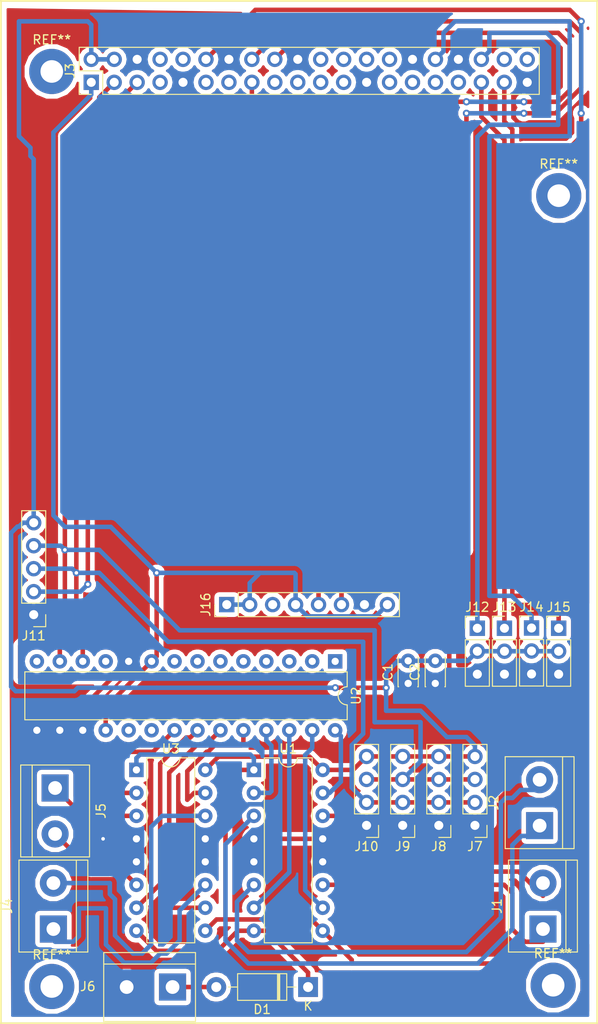
<source format=kicad_pcb>
(kicad_pcb (version 20171130) (host pcbnew 5.0.2-bee76a0~70~ubuntu18.04.1)
  (layers (0 F.Cu signal hide) (31 B.Cu signal) (34 B.Paste user hide) (35 F.Paste user hide) (36 B.SilkS user hide) (37 F.SilkS user) (38 B.Mask user hide) (39 F.Mask user hide) (44 Edge.Cuts user hide))
  (net 0 "")
  (net 1 "Net-(J1-Pad1)")
  (net 2 "Net-(J1-Pad2)")
  (net 3 "Net-(J2-Pad2)")
  (net 4 "Net-(J2-Pad1)")
  (net 5 +3V3)
  (net 6 +5V)
  (net 7 /SDA)
  (net 8 /SCL)
  (net 9 GND)
  (net 10 "Net-(J3-Pad7)")
  (net 11 "Net-(J3-Pad11)")
  (net 12 "Net-(J3-Pad13)")
  (net 13 "Net-(J3-Pad19)")
  (net 14 "Net-(J3-Pad21)")
  (net 15 "Net-(J3-Pad22)")
  (net 16 "Net-(J3-Pad23)")
  (net 17 "Net-(J3-Pad24)")
  (net 18 "Net-(J3-Pad26)")
  (net 19 "Net-(J3-Pad27)")
  (net 20 "Net-(J3-Pad28)")
  (net 21 "Net-(J3-Pad29)")
  (net 22 "Net-(J3-Pad31)")
  (net 23 "Net-(J3-Pad38)")
  (net 24 "Net-(J3-Pad40)")
  (net 25 "Net-(J4-Pad2)")
  (net 26 "Net-(J4-Pad1)")
  (net 27 "Net-(J5-Pad1)")
  (net 28 "Net-(J5-Pad2)")
  (net 29 +BATT)
  (net 30 "Net-(U1-Pad15)")
  (net 31 "Net-(U1-Pad7)")
  (net 32 "Net-(U1-Pad10)")
  (net 33 "Net-(U1-Pad2)")
  (net 34 "Net-(U2-Pad1)")
  (net 35 "Net-(U2-Pad2)")
  (net 36 "Net-(U2-Pad3)")
  (net 37 "Net-(U2-Pad4)")
  (net 38 "Net-(U2-Pad5)")
  (net 39 "Net-(U2-Pad19)")
  (net 40 "Net-(U2-Pad6)")
  (net 41 "Net-(U2-Pad20)")
  (net 42 "Net-(U2-Pad7)")
  (net 43 "Net-(U2-Pad21)")
  (net 44 "Net-(U2-Pad8)")
  (net 45 "Net-(U2-Pad22)")
  (net 46 "Net-(U2-Pad23)")
  (net 47 "Net-(U2-Pad24)")
  (net 48 "Net-(U2-Pad11)")
  (net 49 "Net-(U2-Pad14)")
  (net 50 "Net-(D1-Pad2)")
  (net 51 /TXD)
  (net 52 /RXD)
  (net 53 /PWM0)
  (net 54 /TOF_INT)
  (net 55 /SDA_SOFT)
  (net 56 /SCL_SOFT)
  (net 57 /GVS1)
  (net 58 /PWM1)
  (net 59 /GVS3)
  (net 60 /GVS2)
  (net 61 /GVS4)
  (net 62 /INT)
  (module Package_DIP:DIP-28_W7.62mm (layer F.Cu) (at 74.37 131.7 270)
    (fp_text reference U2 (at 3.81 -2.33 270) (layer F.SilkS))
    (fp_text value MCP23017_SP)
    (pad 1 thru_hole rect (at 0 0 270) (size 1.6 1.6) (drill 0.8) (layers *.Cu *.Mask) (net 34 "Net-(U2-Pad1)"))
    (pad 15 thru_hole oval (at 7.62 33.02 270) (size 1.6 1.6) (drill 0.8) (layers *.Cu *.Mask) (net 9 GND))
    (pad 2 thru_hole oval (at 0 2.54 270) (size 1.6 1.6) (drill 0.8) (layers *.Cu *.Mask) (net 35 "Net-(U2-Pad2)"))
    (pad 16 thru_hole oval (at 7.62 30.48 270) (size 1.6 1.6) (drill 0.8) (layers *.Cu *.Mask) (net 9 GND))
    (pad 3 thru_hole oval (at 0 5.08 270) (size 1.6 1.6) (drill 0.8) (layers *.Cu *.Mask) (net 36 "Net-(U2-Pad3)"))
    (pad 17 thru_hole oval (at 7.62 27.94 270) (size 1.6 1.6) (drill 0.8) (layers *.Cu *.Mask) (net 9 GND))
    (pad 4 thru_hole oval (at 0 7.62 270) (size 1.6 1.6) (drill 0.8) (layers *.Cu *.Mask) (net 37 "Net-(U2-Pad4)"))
    (pad 18 thru_hole oval (at 7.62 25.4 270) (size 1.6 1.6) (drill 0.8) (layers *.Cu *.Mask) (net 5 +3V3))
    (pad 5 thru_hole oval (at 0 10.16 270) (size 1.6 1.6) (drill 0.8) (layers *.Cu *.Mask) (net 38 "Net-(U2-Pad5)"))
    (pad 19 thru_hole oval (at 7.62 22.86 270) (size 1.6 1.6) (drill 0.8) (layers *.Cu *.Mask) (net 39 "Net-(U2-Pad19)"))
    (pad 6 thru_hole oval (at 0 12.7 270) (size 1.6 1.6) (drill 0.8) (layers *.Cu *.Mask) (net 40 "Net-(U2-Pad6)"))
    (pad 20 thru_hole oval (at 7.62 20.32 270) (size 1.6 1.6) (drill 0.8) (layers *.Cu *.Mask) (net 41 "Net-(U2-Pad20)"))
    (pad 7 thru_hole oval (at 0 15.24 270) (size 1.6 1.6) (drill 0.8) (layers *.Cu *.Mask) (net 42 "Net-(U2-Pad7)"))
    (pad 21 thru_hole oval (at 7.62 17.78 270) (size 1.6 1.6) (drill 0.8) (layers *.Cu *.Mask) (net 43 "Net-(U2-Pad21)"))
    (pad 8 thru_hole oval (at 0 17.78 270) (size 1.6 1.6) (drill 0.8) (layers *.Cu *.Mask) (net 44 "Net-(U2-Pad8)"))
    (pad 22 thru_hole oval (at 7.62 15.24 270) (size 1.6 1.6) (drill 0.8) (layers *.Cu *.Mask) (net 45 "Net-(U2-Pad22)"))
    (pad 9 thru_hole oval (at 0 20.32 270) (size 1.6 1.6) (drill 0.8) (layers *.Cu *.Mask) (net 5 +3V3))
    (pad 23 thru_hole oval (at 7.62 12.7 270) (size 1.6 1.6) (drill 0.8) (layers *.Cu *.Mask) (net 46 "Net-(U2-Pad23)"))
    (pad 10 thru_hole oval (at 0 22.86 270) (size 1.6 1.6) (drill 0.8) (layers *.Cu *.Mask) (net 9 GND))
    (pad 24 thru_hole oval (at 7.62 10.16 270) (size 1.6 1.6) (drill 0.8) (layers *.Cu *.Mask) (net 47 "Net-(U2-Pad24)"))
    (pad 11 thru_hole oval (at 0 25.4 270) (size 1.6 1.6) (drill 0.8) (layers *.Cu *.Mask) (net 48 "Net-(U2-Pad11)"))
    (pad 25 thru_hole oval (at 7.62 7.62 270) (size 1.6 1.6) (drill 0.8) (layers *.Cu *.Mask) (net 33 "Net-(U1-Pad2)"))
    (pad 12 thru_hole oval (at 0 27.94 270) (size 1.6 1.6) (drill 0.8) (layers *.Cu *.Mask) (net 8 /SCL))
    (pad 26 thru_hole oval (at 7.62 5.08 270) (size 1.6 1.6) (drill 0.8) (layers *.Cu *.Mask) (net 31 "Net-(U1-Pad7)"))
    (pad 13 thru_hole oval (at 0 30.48 270) (size 1.6 1.6) (drill 0.8) (layers *.Cu *.Mask) (net 7 /SDA))
    (pad 27 thru_hole oval (at 7.62 2.54 270) (size 1.6 1.6) (drill 0.8) (layers *.Cu *.Mask) (net 32 "Net-(U1-Pad10)"))
    (pad 14 thru_hole oval (at 0 33.02 270) (size 1.6 1.6) (drill 0.8) (layers *.Cu *.Mask) (net 49 "Net-(U2-Pad14)"))
    (pad 28 thru_hole oval (at 7.62 0 270) (size 1.6 1.6) (drill 0.8) (layers *.Cu *.Mask) (net 30 "Net-(U1-Pad15)"))
  )
  (module MountingHole:MountingHole_2.5mm_Pad (layer F.Cu) (at 99.12 80.23)
    (fp_text reference REF** (at 0 -3.5) (layer F.SilkS))
    (fp_text value MountingHole_2.5mm_Pad)
    (pad 1 thru_hole circle (at 0 0) (size 5 5) (drill 2.5) (layers *.Cu *.Mask))
  )
  (module MountingHole:MountingHole_2.5mm_Pad (layer F.Cu) (at 43 66.5)
    (fp_text reference REF** (at 0 -3.5) (layer F.SilkS))
    (fp_text value MountingHole_2.5mm_Pad)
    (pad 1 thru_hole circle (at 0 0) (size 5 5) (drill 2.5) (layers *.Cu *.Mask))
  )
  (module TerminalBlock:TerminalBlock_bornier-2_P5.08mm (layer F.Cu) (at 56.37 167.7 180)
    (fp_text reference J6 (at 9.38 0.06) (layer F.SilkS))
    (fp_text value Motor_Power)
    (pad 1 thru_hole rect (at 0 0 180) (size 3 3) (drill 1.52) (layers *.Cu *.Mask) (net 50 "Net-(D1-Pad2)"))
    (pad 2 thru_hole circle (at 5.08 0 180) (size 3 3) (drill 1.52) (layers *.Cu *.Mask) (net 9 GND))
  )
  (module Capacitor_THT:C_Disc_D3.0mm_W2.0mm_P2.50mm (layer F.Cu) (at 82.45 134.14 90)
    (fp_text reference C1 (at 1.25 -2.25 90) (layer F.SilkS))
    (fp_text value 104)
    (pad 1 thru_hole circle (at 0 0 90) (size 1.6 1.6) (drill 0.8) (layers *.Cu *.Mask) (net 9 GND))
    (pad 2 thru_hole circle (at 2.5 0 90) (size 1.6 1.6) (drill 0.8) (layers *.Cu *.Mask) (net 6 +5V))
  )
  (module Capacitor_THT:C_Disc_D3.0mm_W2.0mm_P2.50mm (layer F.Cu) (at 85.45 134.14 90)
    (fp_text reference C2 (at 1.25 -2.25 90) (layer F.SilkS))
    (fp_text value 104)
    (pad 2 thru_hole circle (at 2.5 0 90) (size 1.6 1.6) (drill 0.8) (layers *.Cu *.Mask) (net 6 +5V))
    (pad 1 thru_hole circle (at 0 0 90) (size 1.6 1.6) (drill 0.8) (layers *.Cu *.Mask) (net 9 GND))
  )
  (module Diode_THT:D_DO-41_SOD81_P10.16mm_Horizontal (layer F.Cu) (at 71.37 167.7 180)
    (fp_text reference D1 (at 5.08 -2.47 180) (layer F.SilkS))
    (fp_text value 1N5817)
    (fp_text user K (at 0 -2.1 180) (layer F.SilkS))
    (pad 1 thru_hole rect (at 0 0 180) (size 2.2 2.2) (drill 1.1) (layers *.Cu *.Mask) (net 29 +BATT))
    (pad 2 thru_hole oval (at 10.16 0 180) (size 2.2 2.2) (drill 1.1) (layers *.Cu *.Mask) (net 50 "Net-(D1-Pad2)"))
  )
  (module TerminalBlock:TerminalBlock_bornier-2_P5.08mm (layer F.Cu) (at 97.37 161.29 90)
    (fp_text reference J1 (at 2.54 -5.08 90) (layer F.SilkS))
    (fp_text value Motor1)
    (pad 1 thru_hole rect (at 0 0 90) (size 3 3) (drill 1.52) (layers *.Cu *.Mask) (net 1 "Net-(J1-Pad1)"))
    (pad 2 thru_hole circle (at 5.08 0 90) (size 3 3) (drill 1.52) (layers *.Cu *.Mask) (net 2 "Net-(J1-Pad2)"))
  )
  (module TerminalBlock:TerminalBlock_bornier-2_P5.08mm (layer F.Cu) (at 97 149.86 90)
    (fp_text reference J2 (at 2.54 -5.08 90) (layer F.SilkS))
    (fp_text value Motor2)
    (pad 2 thru_hole circle (at 5.08 0 90) (size 3 3) (drill 1.52) (layers *.Cu *.Mask) (net 3 "Net-(J2-Pad2)"))
    (pad 1 thru_hole rect (at 0 0 90) (size 3 3) (drill 1.52) (layers *.Cu *.Mask) (net 4 "Net-(J2-Pad1)"))
  )
  (module Connector_PinHeader_2.54mm:PinHeader_2x20_P2.54mm_Vertical (layer F.Cu) (at 47.37 67.7 90)
    (fp_text reference J3 (at 1.27 -2.33 90) (layer F.SilkS))
    (fp_text value "RPI GPIO")
    (pad 1 thru_hole rect (at 0 0 90) (size 1.7 1.7) (drill 1) (layers *.Cu *.Mask) (net 5 +3V3))
    (pad 2 thru_hole oval (at 2.54 0 90) (size 1.7 1.7) (drill 1) (layers *.Cu *.Mask) (net 6 +5V))
    (pad 3 thru_hole oval (at 0 2.54 90) (size 1.7 1.7) (drill 1) (layers *.Cu *.Mask) (net 7 /SDA))
    (pad 4 thru_hole oval (at 2.54 2.54 90) (size 1.7 1.7) (drill 1) (layers *.Cu *.Mask) (net 6 +5V))
    (pad 5 thru_hole oval (at 0 5.08 90) (size 1.7 1.7) (drill 1) (layers *.Cu *.Mask) (net 8 /SCL))
    (pad 6 thru_hole oval (at 2.54 5.08 90) (size 1.7 1.7) (drill 1) (layers *.Cu *.Mask) (net 9 GND))
    (pad 7 thru_hole oval (at 0 7.62 90) (size 1.7 1.7) (drill 1) (layers *.Cu *.Mask) (net 10 "Net-(J3-Pad7)"))
    (pad 8 thru_hole oval (at 2.54 7.62 90) (size 1.7 1.7) (drill 1) (layers *.Cu *.Mask) (net 51 /TXD))
    (pad 9 thru_hole oval (at 0 10.16 90) (size 1.7 1.7) (drill 1) (layers *.Cu *.Mask) (net 9 GND))
    (pad 10 thru_hole oval (at 2.54 10.16 90) (size 1.7 1.7) (drill 1) (layers *.Cu *.Mask) (net 52 /RXD))
    (pad 11 thru_hole oval (at 0 12.7 90) (size 1.7 1.7) (drill 1) (layers *.Cu *.Mask) (net 11 "Net-(J3-Pad11)"))
    (pad 12 thru_hole oval (at 2.54 12.7 90) (size 1.7 1.7) (drill 1) (layers *.Cu *.Mask) (net 53 /PWM0))
    (pad 13 thru_hole oval (at 0 15.24 90) (size 1.7 1.7) (drill 1) (layers *.Cu *.Mask) (net 12 "Net-(J3-Pad13)"))
    (pad 14 thru_hole oval (at 2.54 15.24 90) (size 1.7 1.7) (drill 1) (layers *.Cu *.Mask) (net 9 GND))
    (pad 15 thru_hole oval (at 0 17.78 90) (size 1.7 1.7) (drill 1) (layers *.Cu *.Mask) (net 54 /TOF_INT))
    (pad 16 thru_hole oval (at 2.54 17.78 90) (size 1.7 1.7) (drill 1) (layers *.Cu *.Mask) (net 55 /SDA_SOFT))
    (pad 17 thru_hole oval (at 0 20.32 90) (size 1.7 1.7) (drill 1) (layers *.Cu *.Mask) (net 5 +3V3))
    (pad 18 thru_hole oval (at 2.54 20.32 90) (size 1.7 1.7) (drill 1) (layers *.Cu *.Mask) (net 56 /SCL_SOFT))
    (pad 19 thru_hole oval (at 0 22.86 90) (size 1.7 1.7) (drill 1) (layers *.Cu *.Mask) (net 13 "Net-(J3-Pad19)"))
    (pad 20 thru_hole oval (at 2.54 22.86 90) (size 1.7 1.7) (drill 1) (layers *.Cu *.Mask) (net 9 GND))
    (pad 21 thru_hole oval (at 0 25.4 90) (size 1.7 1.7) (drill 1) (layers *.Cu *.Mask) (net 14 "Net-(J3-Pad21)"))
    (pad 22 thru_hole oval (at 2.54 25.4 90) (size 1.7 1.7) (drill 1) (layers *.Cu *.Mask) (net 15 "Net-(J3-Pad22)"))
    (pad 23 thru_hole oval (at 0 27.94 90) (size 1.7 1.7) (drill 1) (layers *.Cu *.Mask) (net 16 "Net-(J3-Pad23)"))
    (pad 24 thru_hole oval (at 2.54 27.94 90) (size 1.7 1.7) (drill 1) (layers *.Cu *.Mask) (net 17 "Net-(J3-Pad24)"))
    (pad 25 thru_hole oval (at 0 30.48 90) (size 1.7 1.7) (drill 1) (layers *.Cu *.Mask) (net 9 GND))
    (pad 26 thru_hole oval (at 2.54 30.48 90) (size 1.7 1.7) (drill 1) (layers *.Cu *.Mask) (net 18 "Net-(J3-Pad26)"))
    (pad 27 thru_hole oval (at 0 33.02 90) (size 1.7 1.7) (drill 1) (layers *.Cu *.Mask) (net 19 "Net-(J3-Pad27)"))
    (pad 28 thru_hole oval (at 2.54 33.02 90) (size 1.7 1.7) (drill 1) (layers *.Cu *.Mask) (net 20 "Net-(J3-Pad28)"))
    (pad 29 thru_hole oval (at 0 35.56 90) (size 1.7 1.7) (drill 1) (layers *.Cu *.Mask) (net 21 "Net-(J3-Pad29)"))
    (pad 30 thru_hole oval (at 2.54 35.56 90) (size 1.7 1.7) (drill 1) (layers *.Cu *.Mask) (net 9 GND))
    (pad 31 thru_hole oval (at 0 38.1 90) (size 1.7 1.7) (drill 1) (layers *.Cu *.Mask) (net 22 "Net-(J3-Pad31)"))
    (pad 32 thru_hole oval (at 2.54 38.1 90) (size 1.7 1.7) (drill 1) (layers *.Cu *.Mask) (net 60 /GVS2))
    (pad 33 thru_hole oval (at 0 40.64 90) (size 1.7 1.7) (drill 1) (layers *.Cu *.Mask) (net 58 /PWM1))
    (pad 34 thru_hole oval (at 2.54 40.64 90) (size 1.7 1.7) (drill 1) (layers *.Cu *.Mask) (net 9 GND))
    (pad 35 thru_hole oval (at 0 43.18 90) (size 1.7 1.7) (drill 1) (layers *.Cu *.Mask) (net 59 /GVS3))
    (pad 36 thru_hole oval (at 2.54 43.18 90) (size 1.7 1.7) (drill 1) (layers *.Cu *.Mask) (net 57 /GVS1))
    (pad 37 thru_hole oval (at 0 45.72 90) (size 1.7 1.7) (drill 1) (layers *.Cu *.Mask) (net 61 /GVS4))
    (pad 38 thru_hole oval (at 2.54 45.72 90) (size 1.7 1.7) (drill 1) (layers *.Cu *.Mask) (net 23 "Net-(J3-Pad38)"))
    (pad 39 thru_hole oval (at 0 48.26 90) (size 1.7 1.7) (drill 1) (layers *.Cu *.Mask) (net 9 GND))
    (pad 40 thru_hole oval (at 2.54 48.26 90) (size 1.7 1.7) (drill 1) (layers *.Cu *.Mask) (net 24 "Net-(J3-Pad40)"))
  )
  (module TerminalBlock:TerminalBlock_bornier-2_P5.08mm (layer F.Cu) (at 43.18 161.29 90)
    (fp_text reference J4 (at 2.54 -5.08 90) (layer F.SilkS))
    (fp_text value Motor3)
    (pad 2 thru_hole circle (at 5.08 0 90) (size 3 3) (drill 1.52) (layers *.Cu *.Mask) (net 25 "Net-(J4-Pad2)"))
    (pad 1 thru_hole rect (at 0 0 90) (size 3 3) (drill 1.52) (layers *.Cu *.Mask) (net 26 "Net-(J4-Pad1)"))
  )
  (module TerminalBlock:TerminalBlock_bornier-2_P5.08mm (layer F.Cu) (at 43.37 145.7 270)
    (fp_text reference J5 (at 2.54 -5.08 270) (layer F.SilkS))
    (fp_text value Motor4)
    (pad 1 thru_hole rect (at 0 0 270) (size 3 3) (drill 1.52) (layers *.Cu *.Mask) (net 27 "Net-(J5-Pad1)"))
    (pad 2 thru_hole circle (at 5.08 0 270) (size 3 3) (drill 1.52) (layers *.Cu *.Mask) (net 28 "Net-(J5-Pad2)"))
  )
  (module Connector_PinHeader_2.54mm:PinHeader_1x04_P2.54mm_Vertical (layer F.Cu) (at 89.842224 149.832635 180)
    (fp_text reference J7 (at 0 -2.33 180) (layer F.SilkS))
    (fp_text value "I2C 1")
    (pad 1 thru_hole rect (at 0 0 180) (size 1.7 1.7) (drill 1) (layers *.Cu *.Mask) (net 9 GND))
    (pad 2 thru_hole oval (at 0 2.54 180) (size 1.7 1.7) (drill 1) (layers *.Cu *.Mask) (net 8 /SCL))
    (pad 3 thru_hole oval (at 0 5.08 180) (size 1.7 1.7) (drill 1) (layers *.Cu *.Mask) (net 7 /SDA))
    (pad 4 thru_hole oval (at 0 7.62 180) (size 1.7 1.7) (drill 1) (layers *.Cu *.Mask) (net 6 +5V))
  )
  (module Connector_PinHeader_2.54mm:PinHeader_1x04_P2.54mm_Vertical (layer F.Cu) (at 85.842224 149.832635 180)
    (fp_text reference J8 (at 0 -2.33 180) (layer F.SilkS))
    (fp_text value "I2C 2")
    (pad 1 thru_hole rect (at 0 0 180) (size 1.7 1.7) (drill 1) (layers *.Cu *.Mask) (net 9 GND))
    (pad 2 thru_hole oval (at 0 2.54 180) (size 1.7 1.7) (drill 1) (layers *.Cu *.Mask) (net 8 /SCL))
    (pad 3 thru_hole oval (at 0 5.08 180) (size 1.7 1.7) (drill 1) (layers *.Cu *.Mask) (net 7 /SDA))
    (pad 4 thru_hole oval (at 0 7.62 180) (size 1.7 1.7) (drill 1) (layers *.Cu *.Mask) (net 6 +5V))
  )
  (module Connector_PinHeader_2.54mm:PinHeader_1x04_P2.54mm_Vertical (layer F.Cu) (at 81.842224 149.832635 180)
    (fp_text reference J9 (at 0 -2.33 180) (layer F.SilkS))
    (fp_text value "I2C 3")
    (pad 4 thru_hole oval (at 0 7.62 180) (size 1.7 1.7) (drill 1) (layers *.Cu *.Mask) (net 6 +5V))
    (pad 3 thru_hole oval (at 0 5.08 180) (size 1.7 1.7) (drill 1) (layers *.Cu *.Mask) (net 7 /SDA))
    (pad 2 thru_hole oval (at 0 2.54 180) (size 1.7 1.7) (drill 1) (layers *.Cu *.Mask) (net 8 /SCL))
    (pad 1 thru_hole rect (at 0 0 180) (size 1.7 1.7) (drill 1) (layers *.Cu *.Mask) (net 9 GND))
  )
  (module Connector_PinHeader_2.54mm:PinHeader_1x04_P2.54mm_Vertical (layer F.Cu) (at 77.842224 149.832635 180)
    (fp_text reference J10 (at 0 -2.33 180) (layer F.SilkS))
    (fp_text value "I2C 4")
    (pad 4 thru_hole oval (at 0 7.62 180) (size 1.7 1.7) (drill 1) (layers *.Cu *.Mask) (net 6 +5V))
    (pad 3 thru_hole oval (at 0 5.08 180) (size 1.7 1.7) (drill 1) (layers *.Cu *.Mask) (net 7 /SDA))
    (pad 2 thru_hole oval (at 0 2.54 180) (size 1.7 1.7) (drill 1) (layers *.Cu *.Mask) (net 8 /SCL))
    (pad 1 thru_hole rect (at 0 0 180) (size 1.7 1.7) (drill 1) (layers *.Cu *.Mask) (net 9 GND))
  )
  (module Connector_PinHeader_2.54mm:PinHeader_1x05_P2.54mm_Vertical (layer F.Cu) (at 41 126.54 180)
    (fp_text reference J11 (at 0 -2.33 180) (layer F.SilkS))
    (fp_text value TOF_HEADER)
    (pad 1 thru_hole rect (at 0 0 180) (size 1.7 1.7) (drill 1) (layers *.Cu *.Mask) (net 9 GND))
    (pad 2 thru_hole oval (at 0 2.54 180) (size 1.7 1.7) (drill 1) (layers *.Cu *.Mask) (net 54 /TOF_INT))
    (pad 3 thru_hole oval (at 0 5.08 180) (size 1.7 1.7) (drill 1) (layers *.Cu *.Mask) (net 8 /SCL))
    (pad 4 thru_hole oval (at 0 7.62 180) (size 1.7 1.7) (drill 1) (layers *.Cu *.Mask) (net 7 /SDA))
    (pad 5 thru_hole oval (at 0 10.16 180) (size 1.7 1.7) (drill 1) (layers *.Cu *.Mask) (net 6 +5V))
  )
  (module Connector_PinHeader_2.54mm:PinHeader_1x03_P2.54mm_Vertical (layer F.Cu) (at 90.106398 128.04291)
    (fp_text reference J12 (at 0 -2.33) (layer F.SilkS))
    (fp_text value GVS1)
    (pad 3 thru_hole oval (at 0 5.08) (size 1.7 1.7) (drill 1) (layers *.Cu *.Mask) (net 9 GND))
    (pad 2 thru_hole oval (at 0 2.54) (size 1.7 1.7) (drill 1) (layers *.Cu *.Mask) (net 6 +5V))
    (pad 1 thru_hole rect (at 0 0) (size 1.7 1.7) (drill 1) (layers *.Cu *.Mask) (net 57 /GVS1))
  )
  (module Connector_PinHeader_2.54mm:PinHeader_1x03_P2.54mm_Vertical (layer F.Cu) (at 93.106398 128.04291)
    (fp_text reference J13 (at 0 -2.33) (layer F.SilkS))
    (fp_text value GVS2)
    (pad 3 thru_hole oval (at 0 5.08) (size 1.7 1.7) (drill 1) (layers *.Cu *.Mask) (net 9 GND))
    (pad 2 thru_hole oval (at 0 2.54) (size 1.7 1.7) (drill 1) (layers *.Cu *.Mask) (net 6 +5V))
    (pad 1 thru_hole rect (at 0 0) (size 1.7 1.7) (drill 1) (layers *.Cu *.Mask) (net 59 /GVS3))
  )
  (module Connector_PinHeader_2.54mm:PinHeader_1x03_P2.54mm_Vertical (layer F.Cu) (at 96.106398 128.017911)
    (fp_text reference J14 (at 0 -2.33) (layer F.SilkS))
    (fp_text value GVS3)
    (pad 1 thru_hole rect (at 0 0) (size 1.7 1.7) (drill 1) (layers *.Cu *.Mask) (net 60 /GVS2))
    (pad 2 thru_hole oval (at 0 2.54) (size 1.7 1.7) (drill 1) (layers *.Cu *.Mask) (net 6 +5V))
    (pad 3 thru_hole oval (at 0 5.08) (size 1.7 1.7) (drill 1) (layers *.Cu *.Mask) (net 9 GND))
  )
  (module Connector_PinHeader_2.54mm:PinHeader_1x03_P2.54mm_Vertical (layer F.Cu) (at 99.106398 128.04291)
    (fp_text reference J15 (at 0 -2.33) (layer F.SilkS))
    (fp_text value GVS4)
    (pad 1 thru_hole rect (at 0 0) (size 1.7 1.7) (drill 1) (layers *.Cu *.Mask) (net 61 /GVS4))
    (pad 2 thru_hole oval (at 0 2.54) (size 1.7 1.7) (drill 1) (layers *.Cu *.Mask) (net 6 +5V))
    (pad 3 thru_hole oval (at 0 5.08) (size 1.7 1.7) (drill 1) (layers *.Cu *.Mask) (net 9 GND))
  )
  (module Connector_PinHeader_2.54mm:PinHeader_1x08_P2.54mm_Vertical (layer F.Cu) (at 62.37 125.43 90)
    (fp_text reference J16 (at 0 -2.33 90) (layer F.SilkS))
    (fp_text value GY-BNOD55)
    (pad 1 thru_hole rect (at 0 0 90) (size 1.7 1.7) (drill 1) (layers *.Cu *.Mask) (net 5 +3V3))
    (pad 2 thru_hole oval (at 0 2.54 90) (size 1.7 1.7) (drill 1) (layers *.Cu *.Mask) (net 5 +3V3))
    (pad 3 thru_hole oval (at 0 5.08 90) (size 1.7 1.7) (drill 1) (layers *.Cu *.Mask) (net 62 /INT))
    (pad 4 thru_hole oval (at 0 7.62 90) (size 1.7 1.7) (drill 1) (layers *.Cu *.Mask) (net 5 +3V3))
    (pad 5 thru_hole oval (at 0 10.16 90) (size 1.7 1.7) (drill 1) (layers *.Cu *.Mask) (net 56 /SCL_SOFT))
    (pad 6 thru_hole oval (at 0 12.7 90) (size 1.7 1.7) (drill 1) (layers *.Cu *.Mask) (net 55 /SDA_SOFT))
    (pad 7 thru_hole oval (at 0 15.24 90) (size 1.7 1.7) (drill 1) (layers *.Cu *.Mask) (net 9 GND))
    (pad 8 thru_hole oval (at 0 17.78 90) (size 1.7 1.7) (drill 1) (layers *.Cu *.Mask) (net 5 +3V3))
  )
  (module Package_DIP:DIP-16_W7.62mm (layer F.Cu) (at 65.37 143.7)
    (fp_text reference U1 (at 3.81 -2.33) (layer F.SilkS))
    (fp_text value L293D)
    (pad 1 thru_hole rect (at 0 0) (size 1.6 1.6) (drill 0.8) (layers *.Cu *.Mask) (net 53 /PWM0))
    (pad 9 thru_hole oval (at 7.62 17.78) (size 1.6 1.6) (drill 0.8) (layers *.Cu *.Mask) (net 53 /PWM0))
    (pad 2 thru_hole oval (at 0 2.54) (size 1.6 1.6) (drill 0.8) (layers *.Cu *.Mask) (net 33 "Net-(U1-Pad2)"))
    (pad 10 thru_hole oval (at 7.62 15.24) (size 1.6 1.6) (drill 0.8) (layers *.Cu *.Mask) (net 32 "Net-(U1-Pad10)"))
    (pad 3 thru_hole oval (at 0 5.08) (size 1.6 1.6) (drill 0.8) (layers *.Cu *.Mask) (net 4 "Net-(J2-Pad1)"))
    (pad 11 thru_hole oval (at 7.62 12.7) (size 1.6 1.6) (drill 0.8) (layers *.Cu *.Mask) (net 1 "Net-(J1-Pad1)"))
    (pad 4 thru_hole oval (at 0 7.62) (size 1.6 1.6) (drill 0.8) (layers *.Cu *.Mask) (net 9 GND))
    (pad 12 thru_hole oval (at 7.62 10.16) (size 1.6 1.6) (drill 0.8) (layers *.Cu *.Mask) (net 9 GND))
    (pad 5 thru_hole oval (at 0 10.16) (size 1.6 1.6) (drill 0.8) (layers *.Cu *.Mask) (net 9 GND))
    (pad 13 thru_hole oval (at 7.62 7.62) (size 1.6 1.6) (drill 0.8) (layers *.Cu *.Mask) (net 9 GND))
    (pad 6 thru_hole oval (at 0 12.7) (size 1.6 1.6) (drill 0.8) (layers *.Cu *.Mask) (net 3 "Net-(J2-Pad2)"))
    (pad 14 thru_hole oval (at 7.62 5.08) (size 1.6 1.6) (drill 0.8) (layers *.Cu *.Mask) (net 2 "Net-(J1-Pad2)"))
    (pad 7 thru_hole oval (at 0 15.24) (size 1.6 1.6) (drill 0.8) (layers *.Cu *.Mask) (net 31 "Net-(U1-Pad7)"))
    (pad 15 thru_hole oval (at 7.62 2.54) (size 1.6 1.6) (drill 0.8) (layers *.Cu *.Mask) (net 30 "Net-(U1-Pad15)"))
    (pad 8 thru_hole oval (at 0 17.78) (size 1.6 1.6) (drill 0.8) (layers *.Cu *.Mask) (net 29 +BATT))
    (pad 16 thru_hole oval (at 7.62 0) (size 1.6 1.6) (drill 0.8) (layers *.Cu *.Mask) (net 6 +5V))
  )
  (module Package_DIP:DIP-16_W7.62mm (layer F.Cu) (at 52.37 143.7)
    (fp_text reference U3 (at 3.81 -2.33) (layer F.SilkS))
    (fp_text value L293D)
    (pad 16 thru_hole oval (at 7.62 0) (size 1.6 1.6) (drill 0.8) (layers *.Cu *.Mask) (net 6 +5V))
    (pad 8 thru_hole oval (at 0 17.78) (size 1.6 1.6) (drill 0.8) (layers *.Cu *.Mask) (net 29 +BATT))
    (pad 15 thru_hole oval (at 7.62 2.54) (size 1.6 1.6) (drill 0.8) (layers *.Cu *.Mask) (net 47 "Net-(U2-Pad24)"))
    (pad 7 thru_hole oval (at 0 15.24) (size 1.6 1.6) (drill 0.8) (layers *.Cu *.Mask) (net 45 "Net-(U2-Pad22)"))
    (pad 14 thru_hole oval (at 7.62 5.08) (size 1.6 1.6) (drill 0.8) (layers *.Cu *.Mask) (net 25 "Net-(J4-Pad2)"))
    (pad 6 thru_hole oval (at 0 12.7) (size 1.6 1.6) (drill 0.8) (layers *.Cu *.Mask) (net 28 "Net-(J5-Pad2)"))
    (pad 13 thru_hole oval (at 7.62 7.62) (size 1.6 1.6) (drill 0.8) (layers *.Cu *.Mask) (net 9 GND))
    (pad 5 thru_hole oval (at 0 10.16) (size 1.6 1.6) (drill 0.8) (layers *.Cu *.Mask) (net 9 GND))
    (pad 12 thru_hole oval (at 7.62 10.16) (size 1.6 1.6) (drill 0.8) (layers *.Cu *.Mask) (net 9 GND))
    (pad 4 thru_hole oval (at 0 7.62) (size 1.6 1.6) (drill 0.8) (layers *.Cu *.Mask) (net 9 GND))
    (pad 11 thru_hole oval (at 7.62 12.7) (size 1.6 1.6) (drill 0.8) (layers *.Cu *.Mask) (net 26 "Net-(J4-Pad1)"))
    (pad 3 thru_hole oval (at 0 5.08) (size 1.6 1.6) (drill 0.8) (layers *.Cu *.Mask) (net 27 "Net-(J5-Pad1)"))
    (pad 10 thru_hole oval (at 7.62 15.24) (size 1.6 1.6) (drill 0.8) (layers *.Cu *.Mask) (net 46 "Net-(U2-Pad23)"))
    (pad 2 thru_hole oval (at 0 2.54) (size 1.6 1.6) (drill 0.8) (layers *.Cu *.Mask) (net 43 "Net-(U2-Pad21)"))
    (pad 9 thru_hole oval (at 7.62 17.78) (size 1.6 1.6) (drill 0.8) (layers *.Cu *.Mask) (net 53 /PWM0))
    (pad 1 thru_hole rect (at 0 0) (size 1.6 1.6) (drill 0.8) (layers *.Cu *.Mask) (net 53 /PWM0))
  )
  (module MountingHole:MountingHole_2.5mm_Pad (layer F.Cu) (at 43 167.64)
    (fp_text reference REF** (at 0 -3.5) (layer F.SilkS))
    (fp_text value MountingHole_2.5mm_Pad)
    (pad 1 thru_hole circle (at 0 0) (size 5 5) (drill 2.5) (layers *.Cu *.Mask))
  )
  (module MountingHole:MountingHole_2.5mm_Pad (layer F.Cu) (at 98.5 167.5)
    (fp_text reference REF** (at 0 -3.5) (layer F.SilkS))
    (fp_text value MountingHole_2.5mm_Pad)
    (pad 1 thru_hole circle (at 0 0) (size 5 5) (drill 2.5) (layers *.Cu *.Mask))
  )
  (gr_text "PiWars 2019 edition" (at 66.5 88) (layer F.Cu) (effects (font (size 1.5 1.5) (thickness 0.3))))
  (gr_text "Terrierbot 2" (at 66 84) (layer F.Cu) (effects (font (size 1.5 1.5) (thickness 0.3))))
  (gr_line (start 103.37 171.7) (end 103.37 58.7) (layer F.SilkS) (width 0.2))
  (gr_line (start 37.37 58.7) (end 37.37 171.7) (layer F.SilkS) (width 0.2))
  (gr_line (start 103.37 58.7) (end 37.37 58.7) (layer F.SilkS) (width 0.2))
  (gr_line (start 37.37 171.7) (end 103.37 171.7) (layer F.SilkS) (width 0.2))
  (segment (start 97.37 162.7) (end 95.37 162.7) (width 0.5) (layer F.Cu) (net 1))
  (segment (start 93.07 156.4) (end 93.98 157.31) (width 0.5) (layer F.Cu) (net 1))
  (segment (start 72.99 156.4) (end 93.07 156.4) (width 0.5) (layer F.Cu) (net 1))
  (segment (start 93.98 161.31) (end 95.37 162.7) (width 0.5) (layer F.Cu) (net 1))
  (segment (start 93.98 157.31) (end 93.98 161.31) (width 0.5) (layer F.Cu) (net 1))
  (segment (start 72.99 148.78) (end 74.74 148.78) (width 0.5) (layer F.Cu) (net 2))
  (segment (start 74.74 148.78) (end 74.74 154.75) (width 0.5) (layer F.Cu) (net 2))
  (segment (start 74.74 154.75) (end 74.93 154.94) (width 0.5) (layer F.Cu) (net 2))
  (segment (start 94.69 154.94) (end 97.37 157.62) (width 0.5) (layer F.Cu) (net 2))
  (segment (start 74.93 154.94) (end 94.69 154.94) (width 0.5) (layer F.Cu) (net 2))
  (segment (start 63.5 158.27) (end 65.37 156.4) (width 0.5) (layer B.Cu) (net 3))
  (segment (start 94.87868 145.92) (end 94 146.79868) (width 0.5) (layer B.Cu) (net 3))
  (segment (start 88.9 163.83) (end 64.77 163.83) (width 0.5) (layer B.Cu) (net 3))
  (segment (start 97 145.92) (end 94.87868 145.92) (width 0.5) (layer B.Cu) (net 3))
  (segment (start 93.23132 146.79868) (end 92.71 147.32) (width 0.5) (layer B.Cu) (net 3))
  (segment (start 64.77 163.83) (end 63.5 162.56) (width 0.5) (layer B.Cu) (net 3))
  (segment (start 94 146.79868) (end 93.23132 146.79868) (width 0.5) (layer B.Cu) (net 3))
  (segment (start 63.5 162.56) (end 63.5 158.27) (width 0.5) (layer B.Cu) (net 3))
  (segment (start 92.71 147.32) (end 92.71 160.02) (width 0.5) (layer B.Cu) (net 3))
  (segment (start 92.71 160.02) (end 88.9 163.83) (width 0.5) (layer B.Cu) (net 3))
  (segment (start 62.23 151.92) (end 65.37 148.78) (width 0.5) (layer B.Cu) (net 4))
  (segment (start 95 151) (end 93.98 152.02) (width 0.5) (layer B.Cu) (net 4))
  (segment (start 62.23 162.56) (end 62.23 151.92) (width 0.5) (layer B.Cu) (net 4))
  (segment (start 97 151) (end 95 151) (width 0.5) (layer B.Cu) (net 4))
  (segment (start 90.17 165.1) (end 64.77 165.1) (width 0.5) (layer B.Cu) (net 4))
  (segment (start 93.98 152.02) (end 93.98 161.29) (width 0.5) (layer B.Cu) (net 4))
  (segment (start 93.98 161.29) (end 90.17 165.1) (width 0.5) (layer B.Cu) (net 4))
  (segment (start 64.77 165.1) (end 62.23 162.56) (width 0.5) (layer B.Cu) (net 4))
  (segment (start 62.37 125.43) (end 64.91 125.43) (width 0.5) (layer B.Cu) (net 5))
  (segment (start 79.300001 126.279999) (end 80.15 125.43) (width 0.5) (layer B.Cu) (net 5))
  (segment (start 71.290001 126.730001) (end 78.849999 126.730001) (width 0.5) (layer B.Cu) (net 5))
  (segment (start 78.849999 126.730001) (end 79.300001 126.279999) (width 0.5) (layer B.Cu) (net 5))
  (segment (start 69.99 125.43) (end 71.290001 126.730001) (width 0.5) (layer B.Cu) (net 5))
  (segment (start 43.18 115.57) (end 44.45 116.84) (width 0.5) (layer B.Cu) (net 5))
  (segment (start 44.45 116.84) (end 49.53 116.84) (width 0.5) (layer B.Cu) (net 5))
  (segment (start 49.53 116.84) (end 54.61 121.92) (width 0.5) (layer B.Cu) (net 5))
  (segment (start 54.61 121.92) (end 54.61 121.92) (width 0.5) (layer B.Cu) (net 5))
  (via (at 54.61 121.92) (size 0.8) (drill 0.4) (layers F.Cu B.Cu) (net 5))
  (segment (start 54.61 131.14) (end 54.05 131.7) (width 0.5) (layer F.Cu) (net 5))
  (segment (start 54.61 121.92) (end 54.61 131.14) (width 0.5) (layer F.Cu) (net 5))
  (segment (start 69.99 125.43) (end 69.99 122.06) (width 0.5) (layer B.Cu) (net 5))
  (segment (start 69.99 122.06) (end 69.85 121.92) (width 0.5) (layer B.Cu) (net 5))
  (segment (start 64.91 123.05) (end 66.04 121.92) (width 0.5) (layer B.Cu) (net 5))
  (segment (start 64.91 125.43) (end 64.91 123.05) (width 0.5) (layer B.Cu) (net 5))
  (segment (start 69.85 121.92) (end 66.04 121.92) (width 0.5) (layer B.Cu) (net 5))
  (segment (start 66.04 121.92) (end 54.61 121.92) (width 0.5) (layer B.Cu) (net 5))
  (segment (start 47.37 69.05) (end 43.18 73.24) (width 0.5) (layer B.Cu) (net 5))
  (segment (start 47.37 67.7) (end 47.37 69.05) (width 0.5) (layer B.Cu) (net 5))
  (segment (start 43.18 73.24) (end 43.18 73.66) (width 0.5) (layer B.Cu) (net 5))
  (segment (start 48.97 136.78) (end 48.97 139.32) (width 0.5) (layer F.Cu) (net 5))
  (segment (start 54.05 131.7) (end 48.97 136.78) (width 0.5) (layer F.Cu) (net 5))
  (segment (start 43.18 115.57) (end 43.18 73.66) (width 0.5) (layer B.Cu) (net 5))
  (segment (start 80.01 134.62) (end 80.01 134.62) (width 0.5) (layer F.Cu) (net 6))
  (via (at 80.01 134.62) (size 0.8) (drill 0.4) (layers F.Cu B.Cu) (net 6))
  (segment (start 72.99 143.7) (end 74.7 143.7) (width 0.5) (layer F.Cu) (net 6))
  (segment (start 47.37 65.16) (end 49.91 65.16) (width 0.5) (layer B.Cu) (net 6))
  (segment (start 76.354859 143.7) (end 77.47 142.584859) (width 0.5) (layer F.Cu) (net 6))
  (segment (start 74.7 143.7) (end 76.354859 143.7) (width 0.5) (layer F.Cu) (net 6))
  (segment (start 77.842224 142.212635) (end 85.842224 142.212635) (width 0.5) (layer F.Cu) (net 6))
  (segment (start 77.47 142.584859) (end 77.842224 142.212635) (width 0.5) (layer F.Cu) (net 6))
  (segment (start 85.842224 142.212635) (end 89.842224 142.212635) (width 0.5) (layer F.Cu) (net 6))
  (segment (start 82.45 131.64) (end 85.45 131.64) (width 0.5) (layer B.Cu) (net 6))
  (segment (start 89.049308 131.64) (end 90.106398 130.58291) (width 0.5) (layer B.Cu) (net 6))
  (segment (start 90.106398 130.58291) (end 99.106398 130.58291) (width 0.5) (layer B.Cu) (net 6))
  (segment (start 89.842224 141.010554) (end 89.842224 142.212635) (width 0.5) (layer B.Cu) (net 6))
  (segment (start 88.9 140.06833) (end 89.842224 141.010554) (width 0.5) (layer B.Cu) (net 6))
  (segment (start 87.63 131.64) (end 89.049308 131.64) (width 0.5) (layer B.Cu) (net 6))
  (segment (start 85.45 131.64) (end 88.9 131.64) (width 0.5) (layer B.Cu) (net 6))
  (segment (start 71.53 142.24) (end 72.99 143.7) (width 0.5) (layer F.Cu) (net 6))
  (segment (start 59.99 143.7) (end 61.45 142.24) (width 0.5) (layer F.Cu) (net 6))
  (segment (start 61.45 142.24) (end 71.53 142.24) (width 0.5) (layer F.Cu) (net 6))
  (segment (start 81.31863 131.64) (end 80.01 132.94863) (width 0.5) (layer B.Cu) (net 6))
  (segment (start 82.45 131.64) (end 81.31863 131.64) (width 0.5) (layer B.Cu) (net 6))
  (segment (start 80.01 132.94863) (end 80.01 137.16) (width 0.5) (layer B.Cu) (net 6))
  (segment (start 80.01 137.16) (end 83.82 137.16) (width 0.5) (layer B.Cu) (net 6))
  (segment (start 86.72833 140.06833) (end 88.9 140.06833) (width 0.5) (layer B.Cu) (net 6))
  (segment (start 83.82 137.16) (end 86.72833 140.06833) (width 0.5) (layer B.Cu) (net 6))
  (segment (start 39.797919 116.38) (end 39.37 116.807919) (width 0.5) (layer B.Cu) (net 6))
  (segment (start 41 116.38) (end 39.797919 116.38) (width 0.5) (layer B.Cu) (net 6))
  (segment (start 47.37 65.16) (end 47.37 61.34) (width 0.5) (layer B.Cu) (net 6))
  (segment (start 47.37 61.34) (end 46.99 60.96) (width 0.5) (layer B.Cu) (net 6))
  (segment (start 46.99 60.96) (end 39.37 60.96) (width 0.5) (layer B.Cu) (net 6))
  (segment (start 39.37 60.96) (end 39.37 73.66) (width 0.5) (layer B.Cu) (net 6))
  (segment (start 39.37 73.66) (end 40.64 74.93) (width 0.5) (layer B.Cu) (net 6))
  (segment (start 40.64 75.84) (end 41 76.2) (width 0.5) (layer B.Cu) (net 6))
  (segment (start 40.64 74.93) (end 40.64 75.84) (width 0.5) (layer B.Cu) (net 6))
  (segment (start 39.37 116.807919) (end 39.192081 116.807919) (width 0.5) (layer B.Cu) (net 6))
  (segment (start 39.192081 116.807919) (end 38.5 117.5) (width 0.5) (layer B.Cu) (net 6))
  (segment (start 38.5 117.5) (end 38.5 134.5) (width 0.5) (layer B.Cu) (net 6))
  (segment (start 38.5 134.5) (end 39 135) (width 0.5) (layer B.Cu) (net 6))
  (segment (start 39 135) (end 45.5 135) (width 0.5) (layer B.Cu) (net 6))
  (segment (start 45.88 134.62) (end 54.61 134.62) (width 0.5) (layer B.Cu) (net 6))
  (segment (start 45.5 135) (end 45.88 134.62) (width 0.5) (layer B.Cu) (net 6))
  (segment (start 54.61 134.62) (end 74.38 134.62) (width 0.5) (layer B.Cu) (net 6))
  (segment (start 74.38 134.62) (end 74.38 134.62) (width 0.5) (layer B.Cu) (net 6))
  (via (at 74.38 134.62) (size 0.8) (drill 0.4) (layers F.Cu B.Cu) (net 6))
  (segment (start 80.01 134.62) (end 74.38 134.62) (width 0.5) (layer F.Cu) (net 6))
  (segment (start 41 76.2) (end 41 116.38) (width 0.5) (layer B.Cu) (net 6))
  (segment (start 77.842224 144.752635) (end 89.842224 144.752635) (width 0.5) (layer F.Cu) (net 7))
  (via (at 44.45 119.38) (size 0.8) (drill 0.4) (layers F.Cu B.Cu) (net 7))
  (segment (start 43.89 130.1) (end 43.89 131.7) (width 0.5) (layer F.Cu) (net 7))
  (segment (start 44.45 73.66) (end 44.45 129.54) (width 0.5) (layer F.Cu) (net 7))
  (segment (start 48.26 69.85) (end 44.45 73.66) (width 0.5) (layer F.Cu) (net 7))
  (segment (start 44.45 129.54) (end 43.89 130.1) (width 0.5) (layer F.Cu) (net 7))
  (segment (start 49.91 67.7) (end 48.26 69.35) (width 0.5) (layer F.Cu) (net 7))
  (segment (start 48.26 69.35) (end 48.26 69.85) (width 0.5) (layer F.Cu) (net 7))
  (segment (start 43.99 118.92) (end 44.45 119.38) (width 0.5) (layer B.Cu) (net 7))
  (segment (start 41 118.92) (end 43.99 118.92) (width 0.5) (layer B.Cu) (net 7))
  (segment (start 44.45 119.38) (end 48.26 119.38) (width 0.5) (layer B.Cu) (net 7))
  (segment (start 57.15 128.27) (end 48.26 119.38) (width 0.5) (layer B.Cu) (net 7))
  (segment (start 78.74 128.27) (end 57.15 128.27) (width 0.5) (layer B.Cu) (net 7))
  (segment (start 78.74 138.43) (end 78.74 128.27) (width 0.5) (layer B.Cu) (net 7))
  (segment (start 81.842224 144.752635) (end 83.82 142.774859) (width 0.5) (layer B.Cu) (net 7))
  (segment (start 83.82 138.43) (end 78.74 138.43) (width 0.5) (layer B.Cu) (net 7))
  (segment (start 83.82 142.774859) (end 83.82 138.43) (width 0.5) (layer B.Cu) (net 7))
  (segment (start 89.842224 147.292635) (end 77.842224 147.292635) (width 0.5) (layer F.Cu) (net 8))
  (via (at 45.72 121.92) (size 0.8) (drill 0.4) (layers F.Cu B.Cu) (net 8))
  (segment (start 46.43 130.25) (end 46.43 131.7) (width 0.5) (layer F.Cu) (net 8))
  (segment (start 52.45 67.7) (end 45.72 74.43) (width 0.5) (layer F.Cu) (net 8))
  (segment (start 45.72 129.54) (end 46.43 130.25) (width 0.5) (layer F.Cu) (net 8))
  (segment (start 45.72 74.43) (end 45.72 129.54) (width 0.5) (layer F.Cu) (net 8))
  (segment (start 45.26 121.46) (end 45.72 121.92) (width 0.5) (layer B.Cu) (net 8))
  (segment (start 41 121.46) (end 45.26 121.46) (width 0.5) (layer B.Cu) (net 8))
  (segment (start 45.72 121.92) (end 48.26 121.92) (width 0.5) (layer B.Cu) (net 8))
  (segment (start 76.2 145.650411) (end 77.842224 147.292635) (width 0.5) (layer B.Cu) (net 8))
  (segment (start 76.2 140.97) (end 76.2 145.650411) (width 0.5) (layer B.Cu) (net 8))
  (segment (start 77.47 139.7) (end 76.2 140.97) (width 0.5) (layer B.Cu) (net 8))
  (segment (start 77.47 129.54) (end 77.47 139.7) (width 0.5) (layer B.Cu) (net 8))
  (segment (start 48.26 121.92) (end 55.88 129.54) (width 0.5) (layer B.Cu) (net 8))
  (segment (start 55.88 129.54) (end 77.47 129.54) (width 0.5) (layer B.Cu) (net 8))
  (segment (start 72.99 151.32) (end 72.99 153.86) (width 0.5) (layer F.Cu) (net 9))
  (segment (start 92.535975 133.693333) (end 93.106398 133.12291) (width 0.5) (layer F.Cu) (net 9))
  (segment (start 77.842224 149.832635) (end 89.842224 149.832635) (width 0.5) (layer F.Cu) (net 9))
  (segment (start 59.99 151.32) (end 59.99 153.86) (width 0.5) (layer B.Cu) (net 9))
  (segment (start 65.37 151.32) (end 65.37 153.86) (width 0.5) (layer B.Cu) (net 9))
  (segment (start 41.35 139.32) (end 46.43 139.32) (width 0.5) (layer B.Cu) (net 9))
  (segment (start 48.68 151.32) (end 48.68 151.32) (width 0.5) (layer B.Cu) (net 9))
  (segment (start 52.37 151.32) (end 52.37 153.86) (width 0.5) (layer B.Cu) (net 9))
  (segment (start 74.477365 149.832635) (end 72.99 151.32) (width 0.5) (layer B.Cu) (net 9))
  (segment (start 77.842224 149.832635) (end 74.477365 149.832635) (width 0.5) (layer B.Cu) (net 9))
  (segment (start 65.37 151.32) (end 72.99 151.32) (width 0.5) (layer F.Cu) (net 9))
  (segment (start 77.61 124.227919) (end 77.5 124.117919) (width 0.5) (layer F.Cu) (net 9))
  (segment (start 77.61 125.43) (end 77.61 124.227919) (width 0.5) (layer F.Cu) (net 9))
  (segment (start 77.5 124.117919) (end 77.5 123) (width 0.5) (layer F.Cu) (net 9))
  (segment (start 77.5 123) (end 78 122.5) (width 0.5) (layer F.Cu) (net 9))
  (segment (start 78 122.5) (end 87 122.5) (width 0.5) (layer F.Cu) (net 9))
  (segment (start 87 122.5) (end 87 132.5) (width 0.5) (layer F.Cu) (net 9))
  (segment (start 87.62291 133.12291) (end 99.106398 133.12291) (width 0.5) (layer F.Cu) (net 9))
  (segment (start 87 132.5) (end 87.62291 133.12291) (width 0.5) (layer F.Cu) (net 9))
  (segment (start 82.45 134.14) (end 85.45 134.14) (width 0.5) (layer F.Cu) (net 9))
  (segment (start 87.405819 133.340001) (end 87.62291 133.12291) (width 0.5) (layer F.Cu) (net 9))
  (segment (start 86.249999 133.340001) (end 87.405819 133.340001) (width 0.5) (layer F.Cu) (net 9))
  (segment (start 85.45 134.14) (end 86.249999 133.340001) (width 0.5) (layer F.Cu) (net 9))
  (segment (start 91.192224 149.832635) (end 91.5 149.524859) (width 0.5) (layer F.Cu) (net 9))
  (segment (start 89.842224 149.832635) (end 91.192224 149.832635) (width 0.5) (layer F.Cu) (net 9))
  (segment (start 91.5 149.524859) (end 91.5 146.5) (width 0.5) (layer F.Cu) (net 9))
  (segment (start 91.5 146.5) (end 92.5 145.5) (width 0.5) (layer F.Cu) (net 9))
  (segment (start 92.5 145.5) (end 92.5 141) (width 0.5) (layer F.Cu) (net 9))
  (segment (start 93.106398 140.393602) (end 93.106398 133.12291) (width 0.5) (layer F.Cu) (net 9))
  (segment (start 92.5 141) (end 93.106398 140.393602) (width 0.5) (layer F.Cu) (net 9))
  (segment (start 52.37 151.32) (end 47.32 151.32) (width 0.5) (layer F.Cu) (net 9))
  (segment (start 47.32 151.32) (end 44.5 148.5) (width 0.5) (layer F.Cu) (net 9))
  (segment (start 44.5 148.5) (end 40 148.5) (width 0.5) (layer F.Cu) (net 9))
  (segment (start 40 148.5) (end 40 163.5) (width 0.5) (layer F.Cu) (net 9))
  (segment (start 40 163.5) (end 40.5 164) (width 0.5) (layer F.Cu) (net 9))
  (segment (start 47.59 164) (end 51.29 167.7) (width 0.5) (layer F.Cu) (net 9))
  (segment (start 40.5 164) (end 47.59 164) (width 0.5) (layer F.Cu) (net 9))
  (segment (start 48.68 151.32) (end 52.37 151.32) (width 0.5) (layer B.Cu) (net 9))
  (via (at 48.68 151.32) (size 0.8) (drill 0.4) (layers F.Cu B.Cu) (net 9))
  (segment (start 48.68 142.70137) (end 48.68 151.32) (width 0.5) (layer B.Cu) (net 9))
  (segment (start 46.43 139.32) (end 46.43 140.45137) (width 0.5) (layer B.Cu) (net 9))
  (segment (start 46.43 140.45137) (end 48.68 142.70137) (width 0.5) (layer B.Cu) (net 9))
  (segment (start 68 148.69) (end 65.37 151.32) (width 0.5) (layer B.Cu) (net 9))
  (segment (start 61.18 151.32) (end 63 149.5) (width 0.5) (layer B.Cu) (net 9))
  (segment (start 63 149.299998) (end 64.799998 147.5) (width 0.5) (layer B.Cu) (net 9))
  (segment (start 68 147.5) (end 68 148.69) (width 0.5) (layer B.Cu) (net 9))
  (segment (start 59.99 151.32) (end 61.18 151.32) (width 0.5) (layer B.Cu) (net 9))
  (segment (start 63 149.5) (end 63 149.299998) (width 0.5) (layer B.Cu) (net 9))
  (segment (start 64.799998 147.5) (end 68 147.5) (width 0.5) (layer B.Cu) (net 9))
  (segment (start 46.43 139.32) (end 46.43 136.78) (width 0.5) (layer F.Cu) (net 9))
  (segment (start 39.5 133.5) (end 49.71 133.5) (width 0.5) (layer F.Cu) (net 9))
  (segment (start 41 126.54) (end 41 128.5) (width 0.5) (layer F.Cu) (net 9))
  (segment (start 39.5 130) (end 39.5 133.5) (width 0.5) (layer F.Cu) (net 9))
  (segment (start 46.43 136.78) (end 49.71 133.5) (width 0.5) (layer F.Cu) (net 9))
  (segment (start 41 128.5) (end 39.5 130) (width 0.5) (layer F.Cu) (net 9))
  (segment (start 49.71 133.5) (end 51.51 131.7) (width 0.5) (layer F.Cu) (net 9))
  (segment (start 59.99 148.78) (end 55.22 148.78) (width 0.5) (layer B.Cu) (net 25))
  (segment (start 55.22 148.78) (end 54 150) (width 0.5) (layer B.Cu) (net 25))
  (segment (start 54 150) (end 54 163) (width 0.5) (layer B.Cu) (net 25))
  (segment (start 54 163) (end 53 164) (width 0.5) (layer B.Cu) (net 25))
  (segment (start 43.18 156.21) (end 49.43 156.21) (width 0.5) (layer B.Cu) (net 25))
  (segment (start 49.62 157.62) (end 50 158) (width 0.5) (layer B.Cu) (net 25))
  (segment (start 50 158) (end 50 162) (width 0.5) (layer B.Cu) (net 25))
  (segment (start 52 164) (end 53 164) (width 0.5) (layer B.Cu) (net 25))
  (segment (start 50 162) (end 52 164) (width 0.5) (layer B.Cu) (net 25))
  (segment (start 49.43 157.43) (end 50 158) (width 0.5) (layer B.Cu) (net 25))
  (segment (start 49.43 156.21) (end 49.43 157.43) (width 0.5) (layer B.Cu) (net 25))
  (segment (start 45.37 162.7) (end 46 162.07) (width 0.5) (layer B.Cu) (net 26))
  (segment (start 43.37 162.7) (end 45.37 162.7) (width 0.5) (layer B.Cu) (net 26))
  (segment (start 46 162.07) (end 46 159) (width 0.5) (layer B.Cu) (net 26))
  (segment (start 46 159) (end 49 159) (width 0.5) (layer B.Cu) (net 26))
  (segment (start 49 159) (end 49 163) (width 0.5) (layer B.Cu) (net 26))
  (segment (start 49 163) (end 51 165) (width 0.5) (layer B.Cu) (net 26))
  (segment (start 51 165) (end 54 165) (width 0.5) (layer B.Cu) (net 26))
  (segment (start 54 165) (end 55 164) (width 0.5) (layer B.Cu) (net 26))
  (segment (start 55 164) (end 55.71 164) (width 0.5) (layer B.Cu) (net 26))
  (segment (start 55.71 164) (end 57.15 162.56) (width 0.5) (layer B.Cu) (net 26))
  (segment (start 57.15 159.24) (end 59.69 156.7) (width 0.5) (layer B.Cu) (net 26))
  (segment (start 57.15 162.56) (end 57.15 159.24) (width 0.5) (layer B.Cu) (net 26))
  (segment (start 59.69 156.7) (end 59.99 156.4) (width 0.5) (layer B.Cu) (net 26))
  (segment (start 46.45 148.78) (end 52.37 148.78) (width 0.5) (layer F.Cu) (net 27))
  (segment (start 43.37 145.7) (end 46.45 148.78) (width 0.5) (layer F.Cu) (net 27))
  (segment (start 43.37 150.78) (end 47.37 154.78) (width 0.5) (layer F.Cu) (net 28))
  (segment (start 50.75 154.78) (end 52.37 156.4) (width 0.5) (layer F.Cu) (net 28))
  (segment (start 47.37 154.78) (end 50.75 154.78) (width 0.5) (layer F.Cu) (net 28))
  (segment (start 66.50137 161.48) (end 65.37 161.48) (width 0.5) (layer F.Cu) (net 29))
  (segment (start 66.75 161.48) (end 66.50137 161.48) (width 0.5) (layer F.Cu) (net 29))
  (segment (start 71.37 166.1) (end 66.75 161.48) (width 0.5) (layer F.Cu) (net 29))
  (segment (start 71.37 167.7) (end 71.37 166.1) (width 0.5) (layer F.Cu) (net 29))
  (segment (start 65.37 161.48) (end 63.59 161.48) (width 0.5) (layer F.Cu) (net 29))
  (segment (start 63.59 161.48) (end 61.37 163.7) (width 0.5) (layer F.Cu) (net 29))
  (segment (start 53.169999 162.279999) (end 52.37 161.48) (width 0.5) (layer F.Cu) (net 29))
  (segment (start 54.59 163.7) (end 53.169999 162.279999) (width 0.5) (layer F.Cu) (net 29))
  (segment (start 61.37 163.7) (end 54.59 163.7) (width 0.5) (layer F.Cu) (net 29))
  (segment (start 75 139.95) (end 74.37 139.32) (width 0.5) (layer B.Cu) (net 30))
  (segment (start 75 145) (end 75 139.95) (width 0.5) (layer B.Cu) (net 30))
  (segment (start 72.99 146.24) (end 73.76 146.24) (width 0.5) (layer B.Cu) (net 30))
  (segment (start 73.76 146.24) (end 75 145) (width 0.5) (layer B.Cu) (net 30))
  (segment (start 69.29 155.02) (end 65.37 158.94) (width 0.5) (layer B.Cu) (net 31))
  (segment (start 69.29 139.32) (end 69.29 155.02) (width 0.5) (layer B.Cu) (net 31))
  (segment (start 71.05 142.05) (end 71.05 157) (width 0.5) (layer B.Cu) (net 32))
  (segment (start 71.83 139.32) (end 71.83 141.27) (width 0.5) (layer B.Cu) (net 32))
  (segment (start 71.05 157) (end 72.99 158.94) (width 0.5) (layer B.Cu) (net 32))
  (segment (start 71.83 141.27) (end 71.05 142.05) (width 0.5) (layer B.Cu) (net 32))
  (segment (start 66.75 140.45137) (end 67.31 141.01137) (width 0.5) (layer B.Cu) (net 33))
  (segment (start 66.75 139.32) (end 66.75 140.45137) (width 0.5) (layer B.Cu) (net 33))
  (segment (start 67.31 141.01137) (end 67.31 146.05) (width 0.5) (layer B.Cu) (net 33))
  (segment (start 67.12 146.24) (end 65.37 146.24) (width 0.5) (layer B.Cu) (net 33))
  (segment (start 67.31 146.05) (end 67.12 146.24) (width 0.5) (layer B.Cu) (net 33))
  (segment (start 50.24 146.24) (end 52.37 146.24) (width 0.5) (layer F.Cu) (net 43))
  (segment (start 50 146) (end 50.24 146.24) (width 0.5) (layer F.Cu) (net 43))
  (segment (start 50 142) (end 50 146) (width 0.5) (layer F.Cu) (net 43))
  (segment (start 50.3 141.7) (end 50 142) (width 0.5) (layer F.Cu) (net 43))
  (segment (start 56.59 139.32) (end 54.21 141.7) (width 0.5) (layer F.Cu) (net 43))
  (segment (start 54.21 141.7) (end 50.3 141.7) (width 0.5) (layer F.Cu) (net 43))
  (segment (start 58.330001 140.119999) (end 57.880001 140.119999) (width 0.5) (layer F.Cu) (net 45))
  (segment (start 59.13 139.32) (end 58.330001 140.119999) (width 0.5) (layer F.Cu) (net 45))
  (segment (start 57.880001 140.119999) (end 55 143) (width 0.5) (layer F.Cu) (net 45))
  (segment (start 55 156.31) (end 52.37 158.94) (width 0.5) (layer F.Cu) (net 45))
  (segment (start 55 143) (end 55 156.31) (width 0.5) (layer F.Cu) (net 45))
  (segment (start 56.06 158.94) (end 59.99 158.94) (width 0.5) (layer F.Cu) (net 46))
  (segment (start 56 159) (end 56.06 158.94) (width 0.5) (layer F.Cu) (net 46))
  (segment (start 60.870001 140.119999) (end 60.870001 140.129999) (width 0.5) (layer F.Cu) (net 46))
  (segment (start 61.67 139.32) (end 60.870001 140.119999) (width 0.5) (layer F.Cu) (net 46))
  (segment (start 59 141) (end 56 144) (width 0.5) (layer F.Cu) (net 46))
  (segment (start 60.870001 140.129999) (end 60 141) (width 0.5) (layer F.Cu) (net 46))
  (segment (start 60 141) (end 59 141) (width 0.5) (layer F.Cu) (net 46))
  (segment (start 56 144) (end 56 159) (width 0.5) (layer F.Cu) (net 46))
  (segment (start 64.21 140.79) (end 64.21 139.32) (width 0.5) (layer F.Cu) (net 47))
  (segment (start 64 141) (end 64.21 140.79) (width 0.5) (layer F.Cu) (net 47))
  (segment (start 64 141) (end 61 141) (width 0.5) (layer F.Cu) (net 47))
  (segment (start 61 141) (end 60.29999 141.70001) (width 0.5) (layer F.Cu) (net 47))
  (segment (start 60.139988 141.70001) (end 58 143.839998) (width 0.5) (layer F.Cu) (net 47))
  (segment (start 60.29999 141.70001) (end 60.139988 141.70001) (width 0.5) (layer F.Cu) (net 47))
  (segment (start 58 143.839998) (end 58 147) (width 0.5) (layer F.Cu) (net 47))
  (segment (start 58.76 146.24) (end 59.99 146.24) (width 0.5) (layer F.Cu) (net 47))
  (segment (start 58 147) (end 58.76 146.24) (width 0.5) (layer F.Cu) (net 47))
  (segment (start 56.37 167.7) (end 61.21 167.7) (width 0.5) (layer F.Cu) (net 50))
  (segment (start 59.99 161.48) (end 59.99 162.029991) (width 0.5) (layer B.Cu) (net 53))
  (segment (start 72.190001 160.680001) (end 72.99 161.48) (width 0.5) (layer F.Cu) (net 53))
  (segment (start 71.739999 160.229999) (end 72.190001 160.680001) (width 0.5) (layer F.Cu) (net 53))
  (segment (start 59.99 161.48) (end 61.240001 160.229999) (width 0.5) (layer F.Cu) (net 53))
  (segment (start 65.37 143.7) (end 62.42 143.7) (width 0.5) (layer F.Cu) (net 53))
  (segment (start 62.42 143.7) (end 62.23 143.89) (width 0.5) (layer F.Cu) (net 53))
  (segment (start 61.240001 160.229999) (end 62.23 160.229999) (width 0.5) (layer F.Cu) (net 53))
  (segment (start 62.23 143.89) (end 62.23 160.229999) (width 0.5) (layer F.Cu) (net 53))
  (segment (start 62.23 160.229999) (end 71.739999 160.229999) (width 0.5) (layer F.Cu) (net 53))
  (segment (start 65.37 142.4) (end 65.37 143.7) (width 0.5) (layer B.Cu) (net 53))
  (segment (start 64.97 142) (end 65.37 142.4) (width 0.5) (layer B.Cu) (net 53))
  (segment (start 52.37 142.4) (end 52.77 142) (width 0.5) (layer B.Cu) (net 53))
  (segment (start 52.77 142) (end 64.97 142) (width 0.5) (layer B.Cu) (net 53))
  (segment (start 52.37 143.7) (end 52.37 142.4) (width 0.5) (layer B.Cu) (net 53))
  (segment (start 65.54 59.69) (end 100.33 59.69) (width 0.5) (layer F.Cu) (net 53))
  (segment (start 60.07 65.16) (end 65.54 59.69) (width 0.5) (layer F.Cu) (net 53))
  (segment (start 100.33 59.69) (end 101.6 60.96) (width 0.5) (layer F.Cu) (net 53))
  (segment (start 101.6 71.12) (end 101.6 71.12) (width 0.5) (layer F.Cu) (net 53))
  (via (at 101.6 71.12) (size 0.8) (drill 0.4) (layers F.Cu B.Cu) (net 53))
  (via (at 101.6 60.96) (size 0.8) (drill 0.4) (layers F.Cu B.Cu) (net 53))
  (segment (start 101.6 60.96) (end 101.6 71.12) (width 0.5) (layer B.Cu) (net 53))
  (segment (start 76.2 165.1) (end 76.2 164.69) (width 0.5) (layer F.Cu) (net 53))
  (segment (start 76.2 164.69) (end 72.99 161.48) (width 0.5) (layer F.Cu) (net 53))
  (segment (start 100.33 74.93) (end 101.6 73.66) (width 0.5) (layer F.Cu) (net 53))
  (segment (start 95.25 74.93) (end 100.33 74.93) (width 0.5) (layer F.Cu) (net 53))
  (segment (start 99.06 123.19) (end 95.25 123.19) (width 0.5) (layer F.Cu) (net 53))
  (segment (start 95.25 123.19) (end 95.25 74.93) (width 0.5) (layer F.Cu) (net 53))
  (segment (start 93.5 164.5) (end 94.17 163.83) (width 0.5) (layer F.Cu) (net 53))
  (segment (start 101.6 73.66) (end 101.6 71.12) (width 0.5) (layer F.Cu) (net 53))
  (segment (start 101.6 162.56) (end 101.6 125.73) (width 0.5) (layer F.Cu) (net 53))
  (segment (start 94.17 163.83) (end 100.33 163.83) (width 0.5) (layer F.Cu) (net 53))
  (segment (start 101.6 125.73) (end 99.06 123.19) (width 0.5) (layer F.Cu) (net 53))
  (segment (start 100.33 163.83) (end 101.6 162.56) (width 0.5) (layer F.Cu) (net 53))
  (segment (start 93.4 165.1) (end 93.5 165) (width 0.5) (layer F.Cu) (net 53))
  (segment (start 76.2 165.1) (end 93.4 165.1) (width 0.5) (layer F.Cu) (net 53))
  (segment (start 93.5 165.1) (end 93.5 165) (width 0.5) (layer F.Cu) (net 53))
  (segment (start 93.5 165) (end 93.5 164.5) (width 0.5) (layer F.Cu) (net 53))
  (segment (start 65.15 67.7) (end 65.15 69.47) (width 0.5) (layer F.Cu) (net 54))
  (segment (start 65.15 69.47) (end 63.5 71.12) (width 0.5) (layer F.Cu) (net 54))
  (segment (start 63.5 71.12) (end 50.8 71.12) (width 0.5) (layer F.Cu) (net 54))
  (segment (start 50.8 71.12) (end 46.99 74.93) (width 0.5) (layer F.Cu) (net 54))
  (segment (start 46.99 74.93) (end 46.99 123.19) (width 0.5) (layer F.Cu) (net 54))
  (segment (start 46.99 123.19) (end 46.99 123.19) (width 0.5) (layer F.Cu) (net 54))
  (via (at 46.99 123.19) (size 0.8) (drill 0.4) (layers F.Cu B.Cu) (net 54))
  (segment (start 46.18 124) (end 46.99 123.19) (width 0.5) (layer B.Cu) (net 54))
  (segment (start 41 124) (end 46.18 124) (width 0.5) (layer B.Cu) (net 54))
  (segment (start 65.15 65.16) (end 69.35 60.96) (width 0.5) (layer F.Cu) (net 55))
  (segment (start 69.35 60.96) (end 98.779963 60.96) (width 0.5) (layer F.Cu) (net 55))
  (segment (start 98.779963 60.96) (end 100.33 60.96) (width 0.5) (layer F.Cu) (net 55))
  (segment (start 100.33 60.96) (end 101.6 62.23) (width 0.5) (layer F.Cu) (net 55))
  (segment (start 101.6 62.23) (end 101.6 68.299963) (width 0.5) (layer F.Cu) (net 55))
  (segment (start 101.6 68.299963) (end 98.779963 71.12) (width 0.5) (layer F.Cu) (net 55))
  (segment (start 98.779963 71.12) (end 95.25 71.12) (width 0.5) (layer F.Cu) (net 55))
  (segment (start 95.25 71.12) (end 95.25 71.12) (width 0.5) (layer F.Cu) (net 55))
  (via (at 95.25 71.12) (size 0.8) (drill 0.4) (layers F.Cu B.Cu) (net 55))
  (segment (start 88.9 71.12) (end 88.9 71.12) (width 0.5) (layer F.Cu) (net 55))
  (via (at 88.9 71.12) (size 0.8) (drill 0.4) (layers F.Cu B.Cu) (net 55))
  (segment (start 88.9 71.12) (end 95.25 71.12) (width 0.5) (layer B.Cu) (net 55))
  (segment (start 75.07 125.43) (end 75.07 123.05) (width 0.5) (layer F.Cu) (net 55))
  (segment (start 75.07 125.43) (end 75.07 121.78) (width 0.5) (layer F.Cu) (net 55))
  (segment (start 75.07 121.78) (end 76.2 120.65) (width 0.5) (layer F.Cu) (net 55))
  (segment (start 76.2 120.65) (end 87.63 120.65) (width 0.5) (layer F.Cu) (net 55))
  (segment (start 88.9 119.38) (end 88.9 71.12) (width 0.5) (layer F.Cu) (net 55))
  (segment (start 87.63 120.65) (end 88.9 119.38) (width 0.5) (layer F.Cu) (net 55))
  (segment (start 67.69 65.16) (end 68.58 64.27) (width 0.5) (layer F.Cu) (net 56))
  (segment (start 68.58 64.27) (end 70.62 62.23) (width 0.5) (layer F.Cu) (net 56))
  (segment (start 70.62 62.23) (end 99.06 62.23) (width 0.5) (layer F.Cu) (net 56))
  (segment (start 99.06 62.23) (end 100.33 63.5) (width 0.5) (layer F.Cu) (net 56))
  (segment (start 100.33 63.5) (end 100.33 68.58) (width 0.5) (layer F.Cu) (net 56))
  (segment (start 100.33 68.58) (end 99.06 69.85) (width 0.5) (layer F.Cu) (net 56))
  (segment (start 99.06 69.85) (end 95.25 69.85) (width 0.5) (layer F.Cu) (net 56))
  (segment (start 95.25 69.85) (end 95.25 69.85) (width 0.5) (layer F.Cu) (net 56))
  (via (at 95.25 69.85) (size 0.8) (drill 0.4) (layers F.Cu B.Cu) (net 56))
  (segment (start 88.9 69.85) (end 88.9 69.85) (width 0.5) (layer F.Cu) (net 56))
  (via (at 88.9 69.85) (size 0.8) (drill 0.4) (layers F.Cu B.Cu) (net 56))
  (segment (start 88.9 69.85) (end 88.9 69.85) (width 0.5) (layer F.Cu) (net 56))
  (via (at 88.9 69.85) (size 0.8) (drill 0.4) (layers F.Cu B.Cu) (net 56))
  (segment (start 88.9 69.85) (end 95.25 69.85) (width 0.5) (layer B.Cu) (net 56))
  (segment (start 72.53 125.43) (end 72.53 121.78) (width 0.5) (layer F.Cu) (net 56))
  (segment (start 72.53 121.78) (end 74.93 119.38) (width 0.5) (layer F.Cu) (net 56))
  (segment (start 74.93 119.38) (end 86.36 119.38) (width 0.5) (layer F.Cu) (net 56))
  (segment (start 86.36 119.38) (end 86.36 71.12) (width 0.5) (layer F.Cu) (net 56))
  (segment (start 86.36 71.12) (end 86.36 69.85) (width 0.5) (layer F.Cu) (net 56))
  (segment (start 86.36 69.85) (end 88.9 69.85) (width 0.5) (layer F.Cu) (net 56))
  (segment (start 90.106398 128.04291) (end 90.106398 126.69291) (width 0.5) (layer B.Cu) (net 57))
  (segment (start 99.06 63.5) (end 97.79 62.23) (width 0.5) (layer B.Cu) (net 57))
  (segment (start 97.79 62.23) (end 91.44 62.23) (width 0.5) (layer B.Cu) (net 57))
  (segment (start 91.44 64.27) (end 90.55 65.16) (width 0.5) (layer B.Cu) (net 57))
  (segment (start 91.44 62.23) (end 91.44 64.27) (width 0.5) (layer B.Cu) (net 57))
  (segment (start 99.06 63.5) (end 99.06 72.39) (width 0.5) (layer B.Cu) (net 57))
  (segment (start 99.06 72.39) (end 91.44 72.39) (width 0.5) (layer B.Cu) (net 57))
  (segment (start 90.106398 73.723602) (end 90.106398 128.04291) (width 0.5) (layer B.Cu) (net 57))
  (segment (start 91.44 72.39) (end 90.106398 73.723602) (width 0.5) (layer B.Cu) (net 57))
  (segment (start 93.106398 128.04291) (end 93.106398 74.056398) (width 0.5) (layer F.Cu) (net 59))
  (segment (start 90.55 71.5) (end 90.55 67.7) (width 0.5) (layer F.Cu) (net 59))
  (segment (start 93.106398 74.056398) (end 90.55 71.5) (width 0.5) (layer F.Cu) (net 59))
  (segment (start 96.106398 128.017911) (end 96.106398 127.413602) (width 0.5) (layer B.Cu) (net 60))
  (segment (start 96.106398 126.667911) (end 96.106398 128.017911) (width 0.5) (layer B.Cu) (net 60))
  (segment (start 93.898487 124.46) (end 96.106398 126.667911) (width 0.5) (layer B.Cu) (net 60))
  (segment (start 91.44 124.46) (end 93.898487 124.46) (width 0.5) (layer B.Cu) (net 60))
  (segment (start 91.44 73.66) (end 91.44 124.46) (width 0.5) (layer B.Cu) (net 60))
  (segment (start 85.47 65.16) (end 86.36 64.27) (width 0.5) (layer B.Cu) (net 60))
  (segment (start 87.63 60.96) (end 100.33 60.96) (width 0.5) (layer B.Cu) (net 60))
  (segment (start 86.36 64.27) (end 86.36 62.23) (width 0.5) (layer B.Cu) (net 60))
  (segment (start 86.36 62.23) (end 87.63 60.96) (width 0.5) (layer B.Cu) (net 60))
  (segment (start 100.33 60.96) (end 100.33 73.66) (width 0.5) (layer B.Cu) (net 60))
  (segment (start 100.33 73.66) (end 91.44 73.66) (width 0.5) (layer B.Cu) (net 60))
  (segment (start 96.873488 124.46) (end 99.106398 126.69291) (width 0.5) (layer F.Cu) (net 61))
  (segment (start 93.98 72.9) (end 93.98 124.46) (width 0.5) (layer F.Cu) (net 61))
  (segment (start 99.106398 126.69291) (end 99.106398 128.04291) (width 0.5) (layer F.Cu) (net 61))
  (segment (start 93.09 72.01) (end 93.98 72.9) (width 0.5) (layer F.Cu) (net 61))
  (segment (start 93.98 124.46) (end 96.873488 124.46) (width 0.5) (layer F.Cu) (net 61))
  (segment (start 93.09 67.7) (end 93.09 72.01) (width 0.5) (layer F.Cu) (net 61))
  (zone (net 9) (net_name GND) (layer B.Cu) (connect_pads yes (clearance 0.508)) (min_thickness 0.254) (fill yes (arc_segments 16) (thermal_gap 0.508) (thermal_bridge_width 0.508))
    (polygon (pts (xy 38.5 60) (xy 38.5 171) (xy 102.5 171) (xy 102.5 60)))
  )
  (zone (net 0) (net_name "") (layer F.Cu) (connect_pads (clearance 0.508)) (min_thickness 0.254)
    (keepout (tracks not_allowed) (vias not_allowed) (copperpour not_allowed))
    (fill (arc_segments 16) (thermal_gap 0.508) (thermal_bridge_width 0.508))
    (polygon (pts (xy 54 82) (xy 54 90.5) (xy 79 90.5) (xy 79 82)))
  )
  (zone (net 0) (net_name "") (layer F.Cu) (connect_pads (clearance 0.508)) (min_thickness 0.254) (fill yes (arc_segments 16) (thermal_gap 0.508) (thermal_bridge_width 0.508))
    (polygon (pts (xy 38 59.5) (xy 38.5 170.5) (xy 102.5 170.5) (xy 102.5 60.5)))
  )
)
</source>
